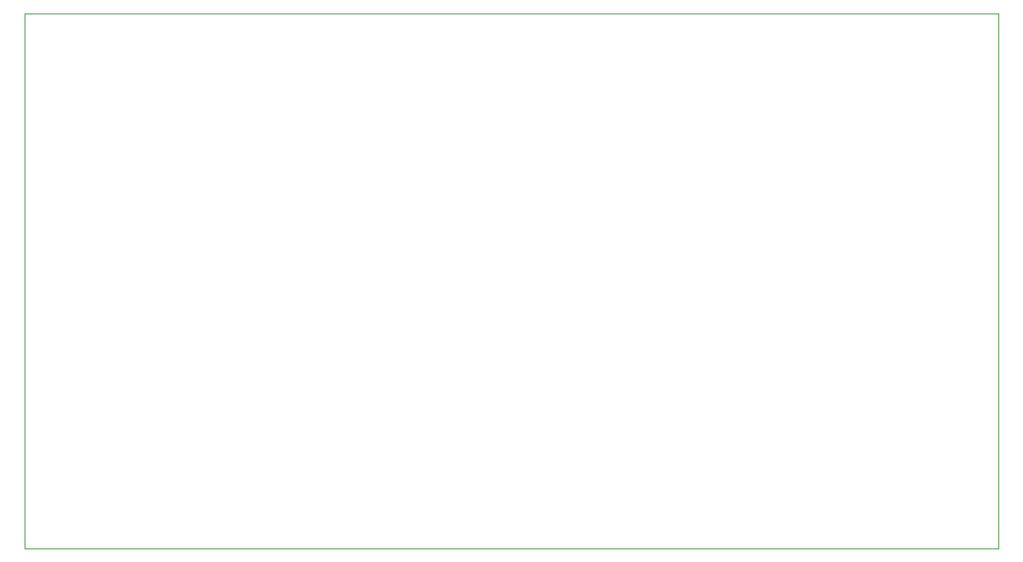
<source format=gbr>
%TF.GenerationSoftware,KiCad,Pcbnew,7.0.8*%
%TF.CreationDate,2024-01-04T12:02:15-05:00*%
%TF.ProjectId,PrawnBlaster_Connectorized,50726177-6e42-46c6-9173-7465725f436f,rev?*%
%TF.SameCoordinates,Original*%
%TF.FileFunction,Profile,NP*%
%FSLAX46Y46*%
G04 Gerber Fmt 4.6, Leading zero omitted, Abs format (unit mm)*
G04 Created by KiCad (PCBNEW 7.0.8) date 2024-01-04 12:02:15*
%MOMM*%
%LPD*%
G01*
G04 APERTURE LIST*
%TA.AperFunction,Profile*%
%ADD10C,0.100000*%
%TD*%
G04 APERTURE END LIST*
D10*
X81775200Y-57785000D02*
X185575600Y-57785000D01*
X185575600Y-114697400D01*
X81775200Y-114697400D01*
X81775200Y-57785000D01*
M02*

</source>
